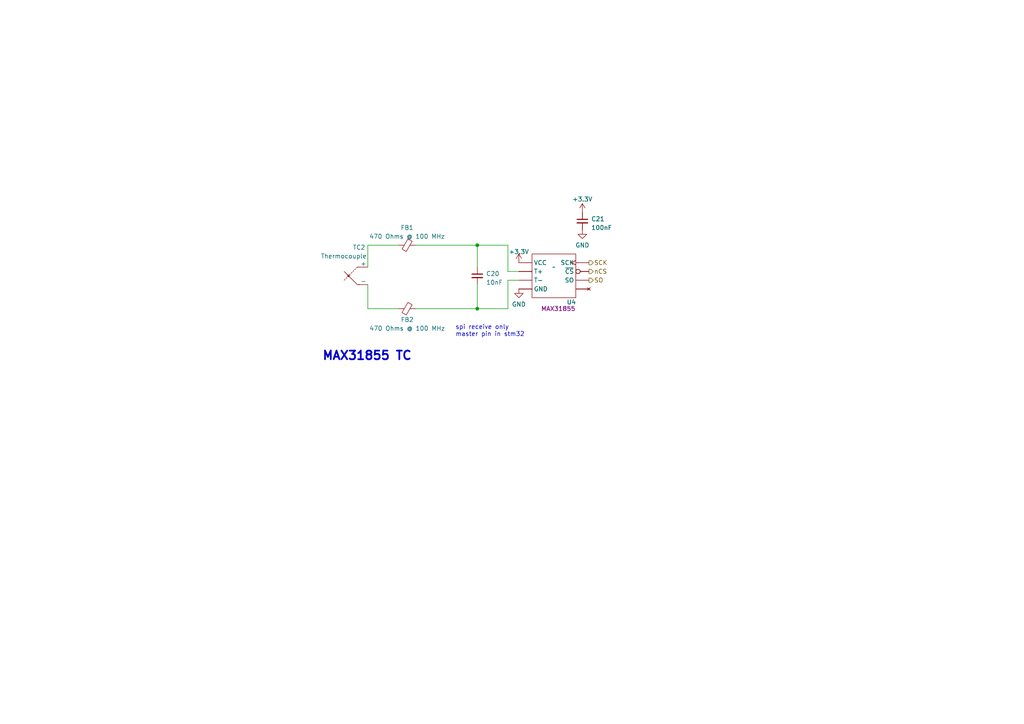
<source format=kicad_sch>
(kicad_sch (version 20230121) (generator eeschema)
  (paper "A4")
  (lib_symbols
    (symbol "UCIRP-KiCAD-Lib:C_Small" (pin_numbers hide) (pin_names (offset 0.254) hide)
      (property "Reference" "C" (at 0.254 1.778 0))
      (property "Value" "C_Small" (at 0.254 -2.032 0))
      (symbol "C_Small_0_1"
        (polyline (pts (xy -1.524 -0.508) (xy 1.524 -0.508)) (stroke (width 0.3302)))
        (polyline (pts (xy -1.524 0.508) (xy 1.524 0.508)) (stroke (width 0.3048)))
      )
      (symbol "C_Small_1_1"
        (pin passive line (at 0 2.54 270) (length 2.032) (name "~") (number "1"))
        (pin passive line (at 0 -2.54 90) (length 2.032) (name "~") (number "2"))
      )
    )
    (symbol "UCIRP-KiCAD-Lib:FerriteBead_Small" (pin_numbers hide) (pin_names (offset 0))
      (property "Reference" "FB" (at 1.905 1.27 0))
      (property "Value" "FerriteBead_Small" (at 1.905 -1.27 0))
      (symbol "FerriteBead_Small_0_1"
        (polyline (pts (xy 0 -1.27) (xy 0 -0.7874)))
        (polyline (pts (xy 0 0.889) (xy 0 1.2954)))
        (polyline (pts (xy -1.8288 0.2794) (xy -1.1176 1.4986) (xy 1.8288 -0.2032) (xy 1.1176 -1.4224) (xy -1.8288 0.2794)))
      )
      (symbol "FerriteBead_Small_1_1"
        (pin passive line (at 0 2.54 270) (length 1.27) (name "~") (number "1"))
        (pin passive line (at 0 -2.54 90) (length 1.27) (name "~") (number "2"))
      )
    )
    (symbol "UCIRP-KiCAD-Lib:MAX31855" (pin_numbers hide)
      (property "Reference" "U" (at 0 7.62 0))
      (property "Manufacturer" "Analog Devices" (at 0 0 0))
      (property "Part #" "MAX31855" (at 0 0 0))
      (symbol "MAX31855_0_1"
        (rectangle (start -6.35 6.35) (end 6.35 -6.35))
      )
      (symbol "MAX31855_1_1"
        (pin power_in line (at -10.16 3.81 0) (length 3.81) (name "GND") (number "1"))
        (pin input line (at -10.16 1.27 0) (length 3.81) (name "T-") (number "2"))
        (pin input line (at -10.16 -1.27 0) (length 3.81) (name "T+") (number "3"))
        (pin power_in line (at -10.16 -3.81 0) (length 3.81) (name "VCC") (number "4"))
        (pin input clock (at 10.16 -3.81 180) (length 3.81) (name "SCK") (number "5"))
        (pin input inverted (at 10.16 -1.27 180) (length 3.81) (name "~{CS}") (number "6"))
        (pin output line (at 10.16 1.27 180) (length 3.81) (name "SO") (number "7"))
        (pin no_connect line (at 10.16 3.81 180) (length 3.81) (name "") (number "8"))
      )
    )
    (symbol "UCIRP-KiCAD-Lib:Thermocouple" (pin_numbers hide) (pin_names (offset 0))
      (property "Reference" "TC" (at -3.048 3.81 0))
      (property "Value" "Thermocouple" (at -5.08 -4.064 0))
      (symbol "Thermocouple_0_1"
        (circle (center -3.048 0) (radius 0.254) (fill (type outline)))
        (polyline (pts (xy -4.064 -1.016) (xy -4.318 -1.27)))
        (polyline (pts (xy -3.556 -0.508) (xy -3.81 -0.762)))
        (polyline (pts (xy -3.048 0) (xy -3.302 -0.254)))
        (polyline (pts (xy -2.54 0.508) (xy -2.794 0.254)))
        (polyline (pts (xy -2.032 1.016) (xy -2.286 0.762)))
        (polyline (pts (xy -1.524 1.524) (xy -1.778 1.27)))
        (polyline (pts (xy -1.016 2.032) (xy -1.27 1.778)))
        (polyline (pts (xy -0.508 2.54) (xy -0.762 2.286)))
        (polyline (pts (xy 0 -2.54) (xy -0.254 -2.54)))
        (polyline (pts (xy 0 2.54) (xy -0.508 2.54)))
        (polyline (pts (xy 0.254 -2.54) (xy -0.508 -2.54) (xy -4.318 1.27)))
      )
      (symbol "Thermocouple_1_1"
        (pin passive line (at 2.54 2.54 180) (length 2.54) (name "+") (number "1"))
        (pin passive line (at 2.54 -2.54 180) (length 2.54) (name "-") (number "2"))
      )
    )
    (symbol "power:+3.3V" (power) (pin_names (offset 0))
      (property "Value" "+3.3V" (at 0 3.556 0))
      (symbol "+3.3V_0_1"
        (polyline (pts (xy -0.762 1.27) (xy 0 2.54)))
        (polyline (pts (xy 0 0) (xy 0 2.54)))
        (polyline (pts (xy 0 2.54) (xy 0.762 1.27)))
      )
      (symbol "+3.3V_1_1"
        (pin power_in line (at 0 0 90) (length 0) hide (name "+3.3V") (number "1"))
      )
    )
    (symbol "power:GND" (power) (pin_names (offset 0))
      (property "Value" "GND" (at 0 -3.81 0))
      (symbol "GND_0_1"
        (polyline (pts (xy 0 0) (xy 0 -1.27) (xy 1.27 -1.27) (xy 0 -2.54) (xy -1.27 -1.27) (xy 0 -1.27)))
      )
      (symbol "GND_1_1"
        (pin power_in line (at 0 0 270) (length 0) hide (name "GND") (number "1"))
      )
    )
  )
  (junction (at 138.43 89.535))
  (junction (at 138.43 71.12))
  (wire (pts (xy 106.68 77.47) (xy 106.68 71.12)))
  (wire (pts (xy 147.32 89.535) (xy 147.32 81.28)))
  (wire (pts (xy 138.43 82.55) (xy 138.43 89.535)))
  (wire (pts (xy 106.68 71.12) (xy 115.57 71.12)))
  (wire (pts (xy 106.68 89.535) (xy 115.57 89.535)))
  (wire (pts (xy 106.68 82.55) (xy 106.68 89.535)))
  (wire (pts (xy 138.43 71.12) (xy 138.43 77.47)))
  (wire (pts (xy 147.32 78.74) (xy 150.495 78.74)))
  (wire (pts (xy 120.65 71.12) (xy 138.43 71.12)))
  (wire (pts (xy 147.32 81.28) (xy 150.495 81.28)))
  (wire (pts (xy 138.43 89.535) (xy 147.32 89.535)))
  (wire (pts (xy 138.43 71.12) (xy 147.32 71.12)))
  (wire (pts (xy 147.32 78.74) (xy 147.32 71.12)))
  (wire (pts (xy 120.65 89.535) (xy 138.43 89.535)))
  (text "spi receive only\nmaster pin in stm32\n" (at 132.08 97.79 0) (effects (font (size 1.27 1.27)) (justify left bottom)))
  (text "MAX31855 TC" (at 93.345 104.775 0) (effects (font (size 2.5 2.5) (thickness 0.5) bold) (justify left bottom)))
  (hierarchical_label "SO" (shape output) (at 170.815 81.28 0))
  (hierarchical_label "nCS" (shape output) (at 170.815 78.74 0))
  (hierarchical_label "SCK" (shape output) (at 170.815 76.2 0))
  (symbol (lib_id "power:GND") (at 168.91 66.675 0) (unit 1)
    (property "Reference" "#PWR036" (effects hide))
    (property "Value" "GND" (at 168.91 71.12 0))
    (instances (project "ECU_2.0_Proto1" (path "" (reference "#PWR036") (unit 1))) (project "TC_readings" (path "" (reference "#PWR05") (unit 1))) (project "TC_reading_2" (path "" (reference "#PWR04") (unit 1))) (project "rocket2-gse" (path "" (reference "#PWR0186") (unit 1))) (project "rocket2-gse-hardware" (path "" (reference "#PWR0238") (unit 1)) (path "" (reference "#PWR0226") (unit 1)) (path "" (reference "#PWR0222") (unit 1)) (path "" (reference "#PWR0230") (unit 1)) (path "" (reference "#PWR0234") (unit 1)) (path "" (reference "#PWR0218") (unit 1))))
  )
  (symbol (lib_id "UCIRP-KiCAD-Lib:MAX31855") (at 160.655 80.01 0) (mirror x) (unit 1)
    (property "Reference" "U4" (at 165.735 87.63 0))
    (property "Value" "~" (at 160.655 77.47 0))
    (property "Footprint" "Package_SO:SOIC-8_3.9x4.9mm_P1.27mm" (effects hide))
    (property "Datasheet" "https://www.analog.com/media/en/technical-documentation/data-sheets/MAX31855.pdf" (effects hide))
    (property "Manufacturer" "Analog Devices" (effects hide))
    (property "Part #" "MAX31855" (at 161.925 89.535 0))
    (instances (project "ECU_2.0_Proto1" (path "" (reference "U4") (unit 1))) (project "TC_readings" (path "" (reference "U1") (unit 1))) (project "TC_reading_2" (path "" (reference "U2") (unit 1))) (project "rocket2-gse" (path "" (reference "U17") (unit 1))) (project "rocket2-gse-hardware" (path "" (reference "U24") (unit 1)) (path "" (reference "U21") (unit 1)) (path "" (reference "U20") (unit 1)) (path "" (reference "U22") (unit 1)) (path "" (reference "U23") (unit 1)) (path "" (reference "U19") (unit 1))))
  )
  (symbol (lib_id "power:GND") (at 150.495 83.82 0) (unit 1)
    (property "Reference" "#PWR022" (effects hide))
    (property "Value" "GND" (at 150.495 88.265 0))
    (instances (project "ECU_2.0_Proto1" (path "" (reference "#PWR022") (unit 1))) (project "TC_readings" (path "" (reference "#PWR03") (unit 1))) (project "TC_reading_2" (path "" (reference "#PWR02") (unit 1))) (project "rocket2-gse" (path "" (reference "#PWR0184") (unit 1))) (project "rocket2-gse-hardware" (path "" (reference "#PWR0236") (unit 1)) (path "" (reference "#PWR0224") (unit 1)) (path "" (reference "#PWR0220") (unit 1)) (path "" (reference "#PWR0228") (unit 1)) (path "" (reference "#PWR0232") (unit 1)) (path "" (reference "#PWR0216") (unit 1))))
  )
  (symbol (lib_id "UCIRP-KiCAD-Lib:FerriteBead_Small") (at 118.11 71.12 90) (unit 1)
    (property "Reference" "FB1" (at 118.0719 66.04 90))
    (property "Value" "470 Ohms @ 100 MHz" (at 118.0719 68.58 90))
    (property "Footprint" "Inductor_SMD:L_0603_1608Metric" (effects hide))
    (property "Datasheet" "https://www.murata.com/en-us/api/pdfdownloadapi?cate=cgsubChipFerriBead&partno=BLM18PG471SH1%23" (effects hide))
    (property "Manufacturer" "Murata Electronics" (effects hide))
    (property "Part #" "BLM18PG471SH1D" (effects hide))
    (instances (project "ECU_2.0_Proto1" (path "" (reference "FB1") (unit 1))) (project "TC_readings" (path "" (reference "FB1") (unit 1))) (project "TC_reading_2" (path "" (reference "FB1") (unit 1))) (project "rocket2-gse" (path "" (reference "FB1") (unit 1))) (project "rocket2-gse-hardware" (path "" (reference "FB11") (unit 1)) (path "" (reference "FB5") (unit 1)) (path "" (reference "FB3") (unit 1)) (path "" (reference "FB7") (unit 1)) (path "" (reference "FB9") (unit 1)) (path "" (reference "FB1") (unit 1))))
  )
  (symbol (lib_id "UCIRP-KiCAD-Lib:FerriteBead_Small") (at 118.11 89.535 90) (unit 1)
    (property "Reference" "FB2" (at 118.11 92.71 90))
    (property "Value" "470 Ohms @ 100 MHz" (at 118.11 95.25 90))
    (property "Footprint" "Inductor_SMD:L_0603_1608Metric" (effects hide))
    (property "Datasheet" "https://www.murata.com/en-us/api/pdfdownloadapi?cate=cgsubChipFerriBead&partno=BLM18PG471SH1%23" (effects hide))
    (property "Manufacturer" "Murata Electronics" (effects hide))
    (property "Part #" "BLM18PG471SH1D" (effects hide))
    (instances (project "ECU_2.0_Proto1" (path "" (reference "FB2") (unit 1))) (project "TC_readings" (path "" (reference "FB2") (unit 1))) (project "TC_reading_2" (path "" (reference "FB2") (unit 1))) (project "rocket2-gse" (path "" (reference "FB2") (unit 1))) (project "rocket2-gse-hardware" (path "" (reference "FB12") (unit 1)) (path "" (reference "FB6") (unit 1)) (path "" (reference "FB4") (unit 1)) (path "" (reference "FB8") (unit 1)) (path "" (reference "FB10") (unit 1)) (path "" (reference "FB2") (unit 1))))
  )
  (symbol (lib_id "UCIRP-KiCAD-Lib:C_Small") (at 168.91 64.135 0) (unit 1)
    (property "Reference" "C21" (at 171.45 63.5063 0) (effects (justify left)))
    (property "Value" "100nF" (at 171.45 66.0463 0) (effects (justify left)))
    (property "Footprint" "Capacitor_SMD:C_0402_1005Metric" (effects hide))
    (property "Manufacturer" "Generic" (effects hide))
    (property "Part #" "Generic 100nF 0402 Capacitor" (effects hide))
    (instances (project "ECU_2.0_Proto1" (path "" (reference "C21") (unit 1))) (project "TC_readings" (path "" (reference "C2") (unit 1))) (project "TC_reading_2" (path "" (reference "C2") (unit 1))) (project "rocket2-gse" (path "" (reference "C25") (unit 1))) (project "rocket2-gse-hardware" (path "" (reference "C40") (unit 1)) (path "" (reference "C34") (unit 1)) (path "" (reference "C32") (unit 1)) (path "" (reference "C36") (unit 1)) (path "" (reference "C38") (unit 1)) (path "" (reference "C30") (unit 1))))
  )
  (symbol (lib_id "power:+3.3V") (at 168.91 61.595 0) (unit 1)
    (property "Reference" "#PWR035" (effects hide))
    (property "Value" "+3.3V" (at 168.91 57.785 0))
    (instances (project "ECU_2.0_Proto1" (path "" (reference "#PWR035") (unit 1))) (project "TC_readings" (path "" (reference "#PWR04") (unit 1))) (project "TC_reading_2" (path "" (reference "#PWR03") (unit 1))) (project "rocket2-gse" (path "" (reference "#PWR0185") (unit 1))) (project "rocket2-gse-hardware" (path "" (reference "#PWR0237") (unit 1)) (path "" (reference "#PWR0225") (unit 1)) (path "" (reference "#PWR0221") (unit 1)) (path "" (reference "#PWR0229") (unit 1)) (path "" (reference "#PWR0233") (unit 1)) (path "" (reference "#PWR0217") (unit 1))))
  )
  (symbol (lib_id "power:+3.3V") (at 150.495 76.2 0) (unit 1)
    (property "Reference" "#PWR021" (effects hide))
    (property "Value" "+3.3V" (at 150.495 73.025 0))
    (instances (project "ECU_2.0_Proto1" (path "" (reference "#PWR021") (unit 1))) (project "TC_readings" (path "" (reference "#PWR02") (unit 1))) (project "TC_reading_2" (path "" (reference "#PWR05") (unit 1))) (project "rocket2-gse" (path "" (reference "#PWR0183") (unit 1))) (project "rocket2-gse-hardware" (path "" (reference "#PWR0235") (unit 1)) (path "" (reference "#PWR0223") (unit 1)) (path "" (reference "#PWR0219") (unit 1)) (path "" (reference "#PWR0227") (unit 1)) (path "" (reference "#PWR0231") (unit 1)) (path "" (reference "#PWR0215") (unit 1))))
  )
  (symbol (lib_id "UCIRP-KiCAD-Lib:C_Small") (at 138.43 80.01 0) (unit 1)
    (property "Reference" "C20" (at 140.97 79.3813 0) (effects (justify left)))
    (property "Value" "10nF" (at 140.97 81.9213 0) (effects (justify left)))
    (property "Footprint" "Capacitor_SMD:C_0402_1005Metric" (effects hide))
    (property "Manufacturer" "Generic" (effects hide))
    (property "Part #" "Generic 10nF 0402 Capacitor" (effects hide))
    (instances (project "ECU_2.0_Proto1" (path "" (reference "C20") (unit 1))) (project "TC_readings" (path "" (reference "C1") (unit 1))) (project "TC_reading_2" (path "" (reference "C1") (unit 1))) (project "rocket2-gse" (path "" (reference "C24") (unit 1))) (project "rocket2-gse-hardware" (path "" (reference "C39") (unit 1)) (path "" (reference "C33") (unit 1)) (path "" (reference "C31") (unit 1)) (path "" (reference "C35") (unit 1)) (path "" (reference "C37") (unit 1)) (path "" (reference "C29") (unit 1))))
  )
  (symbol (lib_id "UCIRP-KiCAD-Lib:Thermocouple") (at 104.14 80.01 0) (unit 1)
    (property "Reference" "TC2" (at 104.14 71.755 0))
    (property "Value" "Thermocouple" (at 99.695 74.295 0))
    (property "Footprint" "UCIRP-KiCAD-Lib:AM-K-PCB" (effects hide))
    (property "Datasheet" "https://www.farnell.com/datasheets/1733454.pdf" (effects hide))
    (property "Manufacturer" "LABFACILITY" (effects hide))
    (property "Part #" "AM-K-PCB" (effects hide))
    (instances (project "ECU_2.0_Proto1" (path "" (reference "TC2") (unit 1))) (project "TC_readings" (path "" (reference "TC3") (unit 1))) (project "rocket2-gse" (path "" (reference "TC1") (unit 1))) (project "TC_reading_1" (path "" (reference "TC1") (unit 1))) (project "rocket2-gse-hardware" (path "" (reference "TC6") (unit 1)) (path "" (reference "TC3") (unit 1)) (path "" (reference "TC2") (unit 1)) (path "" (reference "TC4") (unit 1)) (path "" (reference "TC5") (unit 1)) (path "" (reference "TC1") (unit 1))))
  )
)
</source>
